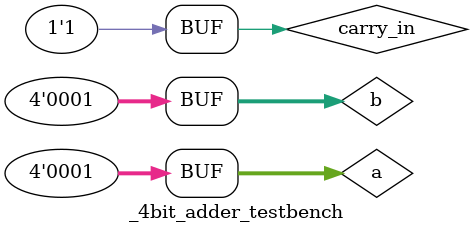
<source format=v>
`define DELAY 20
module _4bit_adder_testbench(); 
reg [3:0] a, b;
reg carry_in;
wire carry_out;
wire [3:0] sum;

_4bit_adder _4ba (sum, carry_out, a, b, carry_in);

initial begin
a = 4'b0000; b = 4'b0000; carry_in = 1'b0;
#`DELAY;
a = 4'b0000; b = 4'b0000; carry_in = 1'b1;
#`DELAY;
a = 4'b0100; b = 4'b0001; carry_in = 1'b0;
#`DELAY;
a = 4'b0100; b = 4'b001; carry_in = 1'b1;
#`DELAY;
a = 4'b0011; b = 4'b0011; carry_in = 1'b0;
#`DELAY;
a = 4'b0011; b = 4'b0011; carry_in = 1'b1;
#`DELAY;
a = 4'b0001; b = 4'b0001; carry_in = 1'b0;
#`DELAY;
a = 4'b0001; b = 4'b0001; carry_in = 1'b1;
end
 
 
initial
begin
$monitor("time = %2d, a = %4b, b = %4b, carry_in = %1b, sum = %4b, carry_out = %1b", $time, a, b, carry_in, sum, carry_out);
end
 
endmodule
</source>
